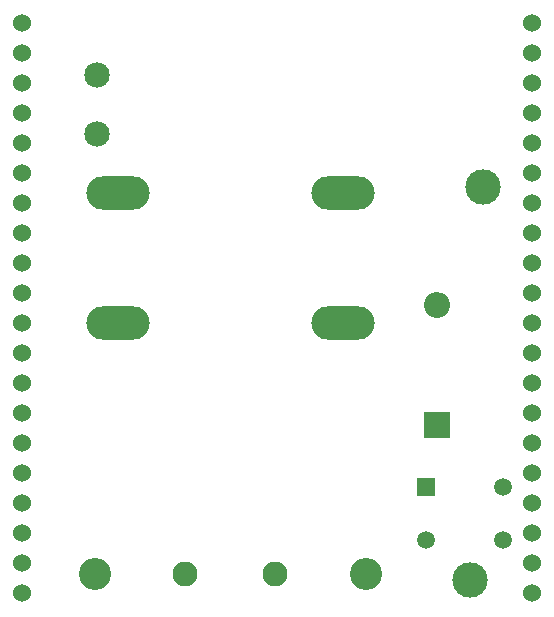
<source format=gbr>
%TF.GenerationSoftware,KiCad,Pcbnew,8.0.7*%
%TF.CreationDate,2025-01-28T21:10:26-05:00*%
%TF.ProjectId,IMD Latching Module,494d4420-4c61-4746-9368-696e67204d6f,rev?*%
%TF.SameCoordinates,Original*%
%TF.FileFunction,Soldermask,Bot*%
%TF.FilePolarity,Negative*%
%FSLAX46Y46*%
G04 Gerber Fmt 4.6, Leading zero omitted, Abs format (unit mm)*
G04 Created by KiCad (PCBNEW 8.0.7) date 2025-01-28 21:10:26*
%MOMM*%
%LPD*%
G01*
G04 APERTURE LIST*
%ADD10C,3.000000*%
%ADD11C,1.524000*%
%ADD12R,1.498600X1.498600*%
%ADD13C,1.498600*%
%ADD14O,5.350000X2.850000*%
%ADD15C,2.717800*%
%ADD16C,2.108200*%
%ADD17C,2.154000*%
%ADD18R,2.200000X2.200000*%
%ADD19O,2.200000X2.200000*%
G04 APERTURE END LIST*
D10*
%TO.C,TP2*%
X89800000Y-64700000D03*
%TD*%
D11*
%TO.C,J3*%
X50800000Y-99060000D03*
X50800000Y-96520000D03*
X50800000Y-93980000D03*
X50800000Y-91440000D03*
X50800000Y-88900000D03*
X50800000Y-86360000D03*
X50800000Y-83820000D03*
X50800000Y-81280000D03*
X50800000Y-78740000D03*
X50800000Y-76200000D03*
X50800000Y-73660000D03*
X50800000Y-71120000D03*
X50800000Y-68580000D03*
X50800000Y-66040000D03*
X50800000Y-63500000D03*
X50800000Y-60960000D03*
X50800000Y-58420000D03*
X50800000Y-55880000D03*
X50800000Y-53340000D03*
X50800000Y-50800000D03*
%TD*%
D12*
%TO.C,SW1*%
X85019999Y-90070000D03*
D13*
X91520000Y-90070000D03*
X85019999Y-94570001D03*
X91520000Y-94570001D03*
%TD*%
D14*
%TO.C,K1*%
X58920000Y-65159999D03*
X58920000Y-76160000D03*
D15*
X56970000Y-97460000D03*
D16*
X64620000Y-97460000D03*
X72220000Y-97460000D03*
D15*
X79870000Y-97460000D03*
D14*
X77919998Y-76160000D03*
X77919998Y-65159999D03*
%TD*%
D17*
%TO.C,J4*%
X57130000Y-55150000D03*
X57130000Y-60150000D03*
%TD*%
D10*
%TO.C,TP1*%
X88720000Y-97970000D03*
%TD*%
D11*
%TO.C,J2*%
X94000000Y-99060000D03*
X94000000Y-96520000D03*
X94000000Y-93980000D03*
X94000000Y-91440000D03*
X94000000Y-88900000D03*
X94000000Y-86360000D03*
X94000000Y-83820000D03*
X94000000Y-81280000D03*
X94000000Y-78740000D03*
X94000000Y-76200000D03*
X94000000Y-73660000D03*
X94000000Y-71120000D03*
X94000000Y-68580000D03*
X94000000Y-66040000D03*
X94000000Y-63500000D03*
X94000000Y-60960000D03*
X94000000Y-58420000D03*
X94000000Y-55880000D03*
X94000000Y-53340000D03*
X94000000Y-50800000D03*
%TD*%
D18*
%TO.C,D3*%
X85920000Y-84790000D03*
D19*
X85920000Y-74630000D03*
%TD*%
M02*

</source>
